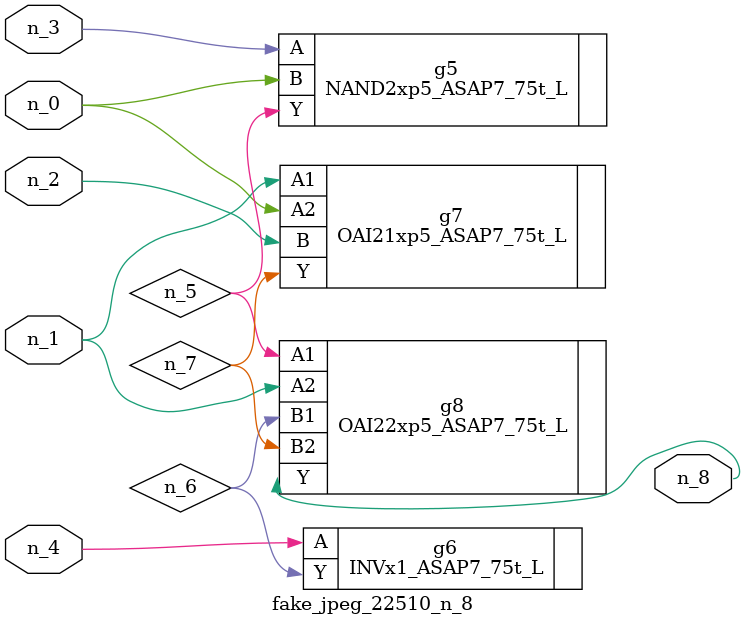
<source format=v>
module fake_jpeg_22510_n_8 (n_3, n_2, n_1, n_0, n_4, n_8);

input n_3;
input n_2;
input n_1;
input n_0;
input n_4;

output n_8;

wire n_6;
wire n_5;
wire n_7;

NAND2xp5_ASAP7_75t_L g5 ( 
.A(n_3),
.B(n_0),
.Y(n_5)
);

INVx1_ASAP7_75t_L g6 ( 
.A(n_4),
.Y(n_6)
);

OAI21xp5_ASAP7_75t_L g7 ( 
.A1(n_1),
.A2(n_0),
.B(n_2),
.Y(n_7)
);

OAI22xp5_ASAP7_75t_L g8 ( 
.A1(n_5),
.A2(n_1),
.B1(n_6),
.B2(n_7),
.Y(n_8)
);


endmodule
</source>
